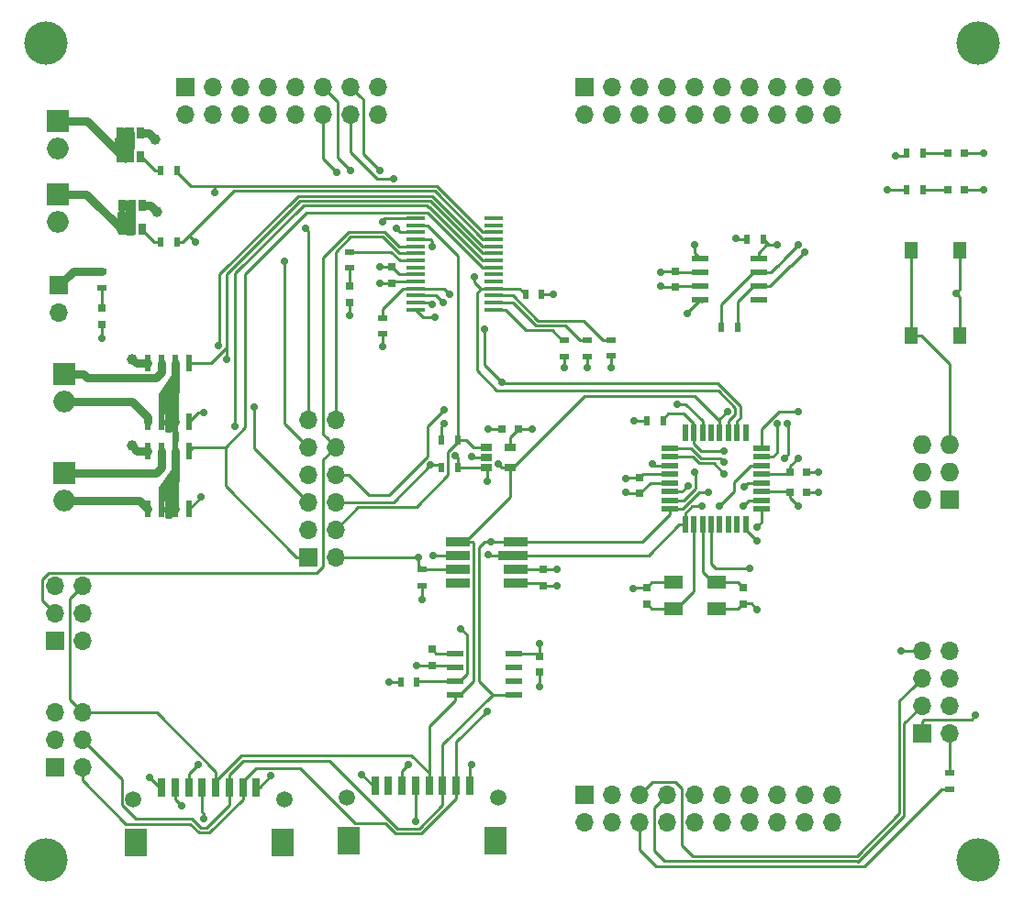
<source format=gtl>
G04 #@! TF.FileFunction,Copper,L1,Top,Signal*
%FSLAX46Y46*%
G04 Gerber Fmt 4.6, Leading zero omitted, Abs format (unit mm)*
G04 Created by KiCad (PCBNEW 4.0.6) date Monday, August 21, 2017 'PMt' 07:03:13 PM*
%MOMM*%
%LPD*%
G01*
G04 APERTURE LIST*
%ADD10C,0.100000*%
%ADD11R,1.700000X1.700000*%
%ADD12O,1.700000X1.700000*%
%ADD13C,1.500000*%
%ADD14R,2.000000X2.600000*%
%ADD15R,0.700000X1.800000*%
%ADD16R,0.500000X0.900000*%
%ADD17R,1.600000X0.550000*%
%ADD18R,0.550000X1.600000*%
%ADD19R,1.727200X1.727200*%
%ADD20O,1.727200X1.727200*%
%ADD21R,1.300000X1.550000*%
%ADD22R,0.800000X0.750000*%
%ADD23R,0.750000X0.800000*%
%ADD24R,0.797560X0.797560*%
%ADD25R,1.550000X0.600000*%
%ADD26R,1.800000X1.200000*%
%ADD27O,1.998980X1.998980*%
%ADD28R,1.998980X1.998980*%
%ADD29R,0.900000X0.500000*%
%ADD30R,0.600000X1.550000*%
%ADD31R,1.750000X0.450000*%
%ADD32R,1.060000X0.650000*%
%ADD33R,2.250000X0.900000*%
%ADD34R,2.800000X0.900000*%
%ADD35R,0.650000X1.060000*%
%ADD36C,4.000000*%
%ADD37C,0.700000*%
%ADD38C,1.000000*%
%ADD39C,0.250000*%
%ADD40C,0.750000*%
%ADD41C,1.000000*%
%ADD42C,0.254000*%
G04 APERTURE END LIST*
D10*
D11*
X106807000Y-121158000D03*
D12*
X109347000Y-121158000D03*
X106807000Y-118618000D03*
X109347000Y-118618000D03*
X106807000Y-116078000D03*
X109347000Y-116078000D03*
D13*
X133741000Y-123952000D03*
X147691000Y-123952000D03*
D14*
X147491000Y-127952000D03*
X133941000Y-127952000D03*
D15*
X145091000Y-122852000D03*
X143841000Y-122852000D03*
X142591000Y-122852000D03*
X141341000Y-122852000D03*
X140091000Y-122852000D03*
X138841000Y-122852000D03*
X137591000Y-122852000D03*
X136341000Y-122852000D03*
D16*
X151741000Y-77470000D03*
X150241000Y-77470000D03*
D17*
X163517000Y-91682000D03*
X163517000Y-92482000D03*
X163517000Y-93282000D03*
X163517000Y-94082000D03*
X163517000Y-94882000D03*
X163517000Y-95682000D03*
X163517000Y-96482000D03*
X163517000Y-97282000D03*
D18*
X164967000Y-98732000D03*
X165767000Y-98732000D03*
X166567000Y-98732000D03*
X167367000Y-98732000D03*
X168167000Y-98732000D03*
X168967000Y-98732000D03*
X169767000Y-98732000D03*
X170567000Y-98732000D03*
D17*
X172017000Y-97282000D03*
X172017000Y-96482000D03*
X172017000Y-95682000D03*
X172017000Y-94882000D03*
X172017000Y-94082000D03*
X172017000Y-93282000D03*
X172017000Y-92482000D03*
X172017000Y-91682000D03*
D18*
X170567000Y-90232000D03*
X169767000Y-90232000D03*
X168967000Y-90232000D03*
X168167000Y-90232000D03*
X167367000Y-90232000D03*
X166567000Y-90232000D03*
X165767000Y-90232000D03*
X164967000Y-90232000D03*
D16*
X169787000Y-80518000D03*
X168287000Y-80518000D03*
D11*
X155702000Y-123698000D03*
D12*
X155702000Y-126238000D03*
X158242000Y-123698000D03*
X158242000Y-126238000D03*
X160782000Y-123698000D03*
X160782000Y-126238000D03*
X163322000Y-123698000D03*
X163322000Y-126238000D03*
X165862000Y-123698000D03*
X165862000Y-126238000D03*
X168402000Y-123698000D03*
X168402000Y-126238000D03*
X170942000Y-123698000D03*
X170942000Y-126238000D03*
X173482000Y-123698000D03*
X173482000Y-126238000D03*
X176022000Y-123698000D03*
X176022000Y-126238000D03*
X178562000Y-123698000D03*
X178562000Y-126238000D03*
D11*
X155702000Y-58293000D03*
D12*
X155702000Y-60833000D03*
X158242000Y-58293000D03*
X158242000Y-60833000D03*
X160782000Y-58293000D03*
X160782000Y-60833000D03*
X163322000Y-58293000D03*
X163322000Y-60833000D03*
X165862000Y-58293000D03*
X165862000Y-60833000D03*
X168402000Y-58293000D03*
X168402000Y-60833000D03*
X170942000Y-58293000D03*
X170942000Y-60833000D03*
X173482000Y-58293000D03*
X173482000Y-60833000D03*
X176022000Y-58293000D03*
X176022000Y-60833000D03*
X178562000Y-58293000D03*
X178562000Y-60833000D03*
D19*
X189357000Y-96393000D03*
D20*
X186817000Y-96393000D03*
X189357000Y-93853000D03*
X186817000Y-93853000D03*
X189357000Y-91313000D03*
X186817000Y-91313000D03*
D21*
X185837000Y-81318000D03*
X185837000Y-73368000D03*
X190337000Y-81318000D03*
X190337000Y-73368000D03*
D22*
X176137000Y-95758000D03*
X174637000Y-95758000D03*
D23*
X160782000Y-95873000D03*
X160782000Y-94373000D03*
D22*
X176137000Y-93853000D03*
X174637000Y-93853000D03*
D23*
X161417000Y-104545000D03*
X161417000Y-106045000D03*
X170307000Y-106045000D03*
X170307000Y-104545000D03*
X164084000Y-76823000D03*
X164084000Y-75323000D03*
D24*
X189242700Y-67818000D03*
X190741300Y-67818000D03*
D11*
X118872000Y-58293000D03*
D12*
X118872000Y-60833000D03*
X121412000Y-58293000D03*
X121412000Y-60833000D03*
X123952000Y-58293000D03*
X123952000Y-60833000D03*
X126492000Y-58293000D03*
X126492000Y-60833000D03*
X129032000Y-58293000D03*
X129032000Y-60833000D03*
X131572000Y-58293000D03*
X131572000Y-60833000D03*
X134112000Y-58293000D03*
X134112000Y-60833000D03*
X136652000Y-58293000D03*
X136652000Y-60833000D03*
D16*
X161429000Y-89154000D03*
X162929000Y-89154000D03*
X185432000Y-67818000D03*
X186932000Y-67818000D03*
X185432000Y-64389000D03*
X186932000Y-64389000D03*
X170700000Y-72390000D03*
X172200000Y-72390000D03*
D25*
X166337000Y-74168000D03*
X166337000Y-75438000D03*
X166337000Y-76708000D03*
X166337000Y-77978000D03*
X171737000Y-77978000D03*
X171737000Y-76708000D03*
X171737000Y-75438000D03*
X171737000Y-74168000D03*
D26*
X163862000Y-106483000D03*
X167862000Y-106483000D03*
X167862000Y-104083000D03*
X163862000Y-104083000D03*
D23*
X137922000Y-76454000D03*
X137922000Y-74954000D03*
X151892000Y-104382000D03*
X151892000Y-102882000D03*
D22*
X149594000Y-89916000D03*
X148094000Y-89916000D03*
D23*
X151511000Y-110883000D03*
X151511000Y-112383000D03*
X141605000Y-110260000D03*
X141605000Y-111760000D03*
D24*
X189242700Y-64389000D03*
X190741300Y-64389000D03*
X133985000Y-76708000D03*
X133985000Y-78206600D03*
D11*
X186817000Y-117983000D03*
D12*
X189357000Y-117983000D03*
X186817000Y-115443000D03*
X189357000Y-115443000D03*
X186817000Y-112903000D03*
X189357000Y-112903000D03*
X186817000Y-110363000D03*
X189357000Y-110363000D03*
D27*
X107061000Y-70739000D03*
D28*
X107061000Y-68199000D03*
D27*
X107061000Y-64008000D03*
D28*
X107061000Y-61468000D03*
D11*
X130175000Y-101727000D03*
D12*
X132715000Y-101727000D03*
X130175000Y-99187000D03*
X132715000Y-99187000D03*
X130175000Y-96647000D03*
X132715000Y-96647000D03*
X130175000Y-94107000D03*
X132715000Y-94107000D03*
X130175000Y-91567000D03*
X132715000Y-91567000D03*
X130175000Y-89027000D03*
X132715000Y-89027000D03*
D27*
X107696000Y-96520000D03*
D28*
X107696000Y-93980000D03*
D27*
X107696000Y-87376000D03*
D28*
X107696000Y-84836000D03*
D11*
X106807000Y-109474000D03*
D12*
X109347000Y-109474000D03*
X106807000Y-106934000D03*
X109347000Y-106934000D03*
X106807000Y-104394000D03*
X109347000Y-104394000D03*
D29*
X189357000Y-123166000D03*
X189357000Y-121666000D03*
D16*
X116598000Y-72644000D03*
X118098000Y-72644000D03*
X116598000Y-66040000D03*
X118098000Y-66040000D03*
D29*
X137033000Y-81129000D03*
X137033000Y-79629000D03*
X153797000Y-83185000D03*
X153797000Y-81685000D03*
X158115000Y-83173000D03*
X158115000Y-81673000D03*
X155956000Y-81685000D03*
X155956000Y-83185000D03*
X133985000Y-73545000D03*
X133985000Y-75045000D03*
X140716000Y-102882000D03*
X140716000Y-104382000D03*
D16*
X144006000Y-90932000D03*
X142506000Y-90932000D03*
X144006000Y-93472000D03*
X142506000Y-93472000D03*
X138708000Y-113284000D03*
X140208000Y-113284000D03*
D30*
X115379500Y-97315000D03*
X116649500Y-97315000D03*
X117919500Y-97315000D03*
X119189500Y-97315000D03*
X119189500Y-91915000D03*
X117919500Y-91915000D03*
X116649500Y-91915000D03*
X115379500Y-91915000D03*
X115379500Y-89250500D03*
X116649500Y-89250500D03*
X117919500Y-89250500D03*
X119189500Y-89250500D03*
X119189500Y-83850500D03*
X117919500Y-83850500D03*
X116649500Y-83850500D03*
X115379500Y-83850500D03*
D31*
X140078908Y-70440448D03*
X140078908Y-71090448D03*
X140078908Y-71740448D03*
X140078908Y-72390448D03*
X140078908Y-73040448D03*
X140078908Y-73690448D03*
X140078908Y-74340448D03*
X140078908Y-74990448D03*
X140078908Y-75640448D03*
X140078908Y-76290448D03*
X140078908Y-76940448D03*
X140078908Y-77590448D03*
X140078908Y-78240448D03*
X140078908Y-78890448D03*
X147278908Y-78890448D03*
X147278908Y-78240448D03*
X147278908Y-77590448D03*
X147278908Y-76940448D03*
X147278908Y-76290448D03*
X147278908Y-75640448D03*
X147278908Y-74990448D03*
X147278908Y-74340448D03*
X147278908Y-73690448D03*
X147278908Y-73040448D03*
X147278908Y-72390448D03*
X147278908Y-71740448D03*
X147278908Y-71090448D03*
X147278908Y-70440448D03*
D32*
X146644000Y-91572000D03*
X146644000Y-92522000D03*
X146644000Y-93472000D03*
X148844000Y-93472000D03*
X148844000Y-91572000D03*
D33*
X144002000Y-100340000D03*
X144002000Y-101590000D03*
X144002000Y-102890000D03*
X144002000Y-104140000D03*
X149352000Y-104140000D03*
X149352000Y-102890000D03*
D34*
X149077000Y-101590000D03*
D33*
X149352000Y-100340000D03*
D25*
X143731000Y-110617000D03*
X143731000Y-111887000D03*
X143731000Y-113157000D03*
X143731000Y-114427000D03*
X149131000Y-114427000D03*
X149131000Y-113157000D03*
X149131000Y-111887000D03*
X149131000Y-110617000D03*
D13*
X114056000Y-124079000D03*
X128006000Y-124079000D03*
D14*
X127806000Y-128079000D03*
X114256000Y-128079000D03*
D15*
X125406000Y-122979000D03*
X124156000Y-122979000D03*
X122906000Y-122979000D03*
X121656000Y-122979000D03*
X120406000Y-122979000D03*
X119156000Y-122979000D03*
X117906000Y-122979000D03*
X116656000Y-122979000D03*
D11*
X107188000Y-76644500D03*
D12*
X107188000Y-79184500D03*
D35*
X112969000Y-71458000D03*
X113919000Y-71458000D03*
X114869000Y-71458000D03*
X114869000Y-69258000D03*
X112969000Y-69258000D03*
X113919000Y-69258000D03*
X112842000Y-64727000D03*
X113792000Y-64727000D03*
X114742000Y-64727000D03*
X114742000Y-62527000D03*
X112842000Y-62527000D03*
X113792000Y-62527000D03*
D24*
X111125000Y-78740000D03*
X111125000Y-80238600D03*
D29*
X111125000Y-75335000D03*
X111125000Y-76835000D03*
D36*
X192000000Y-54300000D03*
X192000000Y-129700000D03*
X106000000Y-129700000D03*
X106000000Y-54300000D03*
D37*
X111125000Y-81534000D03*
X140208000Y-111760000D03*
X151511000Y-113665000D03*
D38*
X113919000Y-91440000D03*
X113919000Y-83439000D03*
X116205000Y-69850000D03*
X116078000Y-63119000D03*
D37*
X153174000Y-102882000D03*
X115570000Y-122047000D03*
X135128000Y-121793000D03*
X158115000Y-84201000D03*
X155956000Y-84201000D03*
X153797000Y-84201000D03*
X145288000Y-92456000D03*
X146812000Y-89916000D03*
X141732000Y-101600000D03*
X133985000Y-79375000D03*
X136779000Y-76454000D03*
X192532000Y-64389000D03*
X170387001Y-95222463D03*
X159512000Y-95758000D03*
X177292000Y-95758000D03*
X177292000Y-93853000D03*
X192532000Y-67818000D03*
X189992000Y-77343000D03*
X160147000Y-104648000D03*
X171577000Y-106553000D03*
X169672000Y-72263000D03*
X162687000Y-75438000D03*
X151511000Y-109728000D03*
X153162000Y-104394000D03*
X126746000Y-121920000D03*
X137033000Y-82296000D03*
X160274000Y-89154000D03*
X152781000Y-77470000D03*
X150876000Y-89916000D03*
X142748000Y-89408000D03*
X140716000Y-105664000D03*
X137668000Y-113284000D03*
X145288000Y-120904000D03*
X136779000Y-74930000D03*
X162687000Y-76708000D03*
X159512000Y-94488000D03*
X175387000Y-97028000D03*
X175387000Y-92583000D03*
X183642000Y-67818000D03*
X174117000Y-92583000D03*
X171577000Y-100203000D03*
X174382003Y-89408000D03*
X168148000Y-97028000D03*
X170307000Y-97028000D03*
X168529000Y-91948000D03*
X191770000Y-116332000D03*
X168529000Y-92964000D03*
X168550198Y-94020400D03*
X184912000Y-110363000D03*
X170942000Y-102743000D03*
X165186999Y-79248000D03*
X165227000Y-95123000D03*
X146685000Y-94742000D03*
X147066000Y-100340000D03*
X141889702Y-79598298D03*
X143764000Y-92329000D03*
X167132000Y-95758000D03*
X165862000Y-72898000D03*
X165862000Y-93853000D03*
X146685000Y-115951000D03*
X141605000Y-78359000D03*
X146812000Y-101473000D03*
X166497000Y-97028000D03*
X142621000Y-78232000D03*
X147720923Y-93088883D03*
X168910000Y-88265000D03*
X176023397Y-73534397D03*
X175387000Y-72898000D03*
X171577000Y-98933000D03*
X173482000Y-72898000D03*
X173482000Y-89408000D03*
X120523000Y-125897000D03*
X140081000Y-126111000D03*
X136779000Y-66033030D03*
X164211000Y-87630000D03*
X132842000Y-66167000D03*
X148082000Y-85598000D03*
X139446000Y-120904000D03*
X120015000Y-120904000D03*
X146431000Y-80645000D03*
X143256000Y-77470000D03*
X118491000Y-124714000D03*
X138049000Y-66802000D03*
X161925000Y-93091000D03*
D38*
X117856000Y-94742000D03*
X117856000Y-86487000D03*
D37*
X134112000Y-66040000D03*
X145542000Y-75819000D03*
X137033000Y-70739000D03*
X140335000Y-101727000D03*
X120269000Y-96139000D03*
X123444000Y-89662000D03*
X122682000Y-83439000D03*
X125222000Y-87884000D03*
X138303000Y-71374000D03*
X141478000Y-93218000D03*
X120523000Y-88392000D03*
X121920000Y-82169000D03*
X142748000Y-88138000D03*
X144272000Y-108331000D03*
X141605000Y-73025000D03*
X119761000Y-72644000D03*
X128016000Y-74422000D03*
X121539000Y-68072000D03*
X129921000Y-71374000D03*
X184404000Y-64643000D03*
X175387000Y-88265000D03*
D39*
X111125000Y-80238600D02*
X111125000Y-81534000D01*
X141605000Y-111760000D02*
X140208000Y-111760000D01*
X151511000Y-112383000D02*
X151511000Y-113665000D01*
D40*
X115379500Y-91915000D02*
X114394000Y-91915000D01*
X114394000Y-91915000D02*
X113919000Y-91440000D01*
X115379500Y-83850500D02*
X114330500Y-83850500D01*
X114330500Y-83850500D02*
X113919000Y-83439000D01*
X114869000Y-69258000D02*
X115613000Y-69258000D01*
X115613000Y-69258000D02*
X116205000Y-69850000D01*
X114742000Y-62527000D02*
X115486000Y-62527000D01*
X115486000Y-62527000D02*
X116078000Y-63119000D01*
D39*
X116656000Y-122979000D02*
X116502000Y-122979000D01*
X116502000Y-122979000D02*
X115570000Y-122047000D01*
X136341000Y-122852000D02*
X136187000Y-122852000D01*
X136187000Y-122852000D02*
X135128000Y-121793000D01*
X158115000Y-83173000D02*
X158115000Y-84201000D01*
X155956000Y-83185000D02*
X155956000Y-84201000D01*
X153797000Y-83185000D02*
X153797000Y-84201000D01*
X146644000Y-92522000D02*
X145354000Y-92522000D01*
X145354000Y-92522000D02*
X145288000Y-92456000D01*
X148094000Y-89916000D02*
X146812000Y-89916000D01*
X151892000Y-102882000D02*
X153174000Y-102882000D01*
X149352000Y-102890000D02*
X151884000Y-102890000D01*
X151884000Y-102890000D02*
X151892000Y-102882000D01*
X144002000Y-101590000D02*
X141742000Y-101590000D01*
X141742000Y-101590000D02*
X141732000Y-101600000D01*
X133985000Y-78206600D02*
X133985000Y-79375000D01*
X137922000Y-76454000D02*
X136779000Y-76454000D01*
X140078908Y-76290448D02*
X138085552Y-76290448D01*
X138085552Y-76290448D02*
X137922000Y-76454000D01*
X141605000Y-111760000D02*
X143604000Y-111760000D01*
X143604000Y-111760000D02*
X143731000Y-111887000D01*
X191390080Y-64389000D02*
X192532000Y-64389000D01*
X190741300Y-64389000D02*
X191390080Y-64389000D01*
X172017000Y-94888000D02*
X170721464Y-94888000D01*
X170721464Y-94888000D02*
X170387001Y-95222463D01*
X160782000Y-95873000D02*
X159627000Y-95873000D01*
X159627000Y-95873000D02*
X159512000Y-95758000D01*
X161742000Y-94888000D02*
X160782000Y-95848000D01*
X160782000Y-95848000D02*
X160782000Y-95873000D01*
X176137000Y-95758000D02*
X177292000Y-95758000D01*
X176137000Y-93853000D02*
X177292000Y-93853000D01*
X190741300Y-67818000D02*
X192532000Y-67818000D01*
X190337000Y-81318000D02*
X190337000Y-77688000D01*
X190337000Y-77688000D02*
X189992000Y-77343000D01*
X190337000Y-73368000D02*
X190337000Y-76998000D01*
X190337000Y-76998000D02*
X189992000Y-77343000D01*
X161417000Y-104533000D02*
X160262000Y-104533000D01*
X160262000Y-104533000D02*
X160147000Y-104648000D01*
X163862000Y-104083000D02*
X161867000Y-104083000D01*
X161867000Y-104083000D02*
X161417000Y-104533000D01*
X167862000Y-106483000D02*
X169857000Y-106483000D01*
X163517000Y-94888000D02*
X161742000Y-94888000D01*
X170307000Y-106033000D02*
X171057000Y-106033000D01*
X171057000Y-106033000D02*
X171577000Y-106553000D01*
X169857000Y-106483000D02*
X170307000Y-106033000D01*
X170700000Y-72390000D02*
X169799000Y-72390000D01*
X169799000Y-72390000D02*
X169672000Y-72263000D01*
X163957000Y-75323000D02*
X162802000Y-75323000D01*
X162802000Y-75323000D02*
X162687000Y-75438000D01*
X166337000Y-75438000D02*
X164072000Y-75438000D01*
X164072000Y-75438000D02*
X163957000Y-75323000D01*
X151511000Y-110883000D02*
X151511000Y-109728000D01*
X149131000Y-110617000D02*
X151245000Y-110617000D01*
X151245000Y-110617000D02*
X151511000Y-110883000D01*
X151892000Y-104382000D02*
X153150000Y-104382000D01*
X153150000Y-104382000D02*
X153162000Y-104394000D01*
X149352000Y-104140000D02*
X151650000Y-104140000D01*
X151650000Y-104140000D02*
X151892000Y-104382000D01*
X125406000Y-122979000D02*
X125687000Y-122979000D01*
X125687000Y-122979000D02*
X126746000Y-121920000D01*
X125406000Y-122979000D02*
X125406000Y-122411000D01*
X137033000Y-81129000D02*
X137033000Y-82296000D01*
X161429000Y-89154000D02*
X160274000Y-89154000D01*
X151741000Y-77470000D02*
X152781000Y-77470000D01*
X149594000Y-89916000D02*
X150876000Y-89916000D01*
X142506000Y-90932000D02*
X142506000Y-89650000D01*
X142506000Y-89650000D02*
X142748000Y-89408000D01*
X148844000Y-91572000D02*
X148844000Y-90666000D01*
X148844000Y-90666000D02*
X149594000Y-89916000D01*
X140716000Y-104382000D02*
X140716000Y-105664000D01*
X138708000Y-113284000D02*
X137668000Y-113284000D01*
X145091000Y-122852000D02*
X145091000Y-121101000D01*
X145091000Y-121101000D02*
X145288000Y-120904000D01*
X137922000Y-74954000D02*
X136803000Y-74954000D01*
X136803000Y-74954000D02*
X136779000Y-74930000D01*
X137922000Y-74954000D02*
X138608448Y-75640448D01*
X138608448Y-75640448D02*
X140078908Y-75640448D01*
X163957000Y-76823000D02*
X162802000Y-76823000D01*
X162802000Y-76823000D02*
X162687000Y-76708000D01*
X166337000Y-76708000D02*
X164072000Y-76708000D01*
X164072000Y-76708000D02*
X163957000Y-76823000D01*
X160782000Y-94373000D02*
X159627000Y-94373000D01*
X159627000Y-94373000D02*
X159512000Y-94488000D01*
X163517000Y-94088000D02*
X161067000Y-94088000D01*
X161067000Y-94088000D02*
X160782000Y-94373000D01*
X174637000Y-95758000D02*
X174637000Y-96278000D01*
X174637000Y-96278000D02*
X175387000Y-97028000D01*
X174637000Y-93853000D02*
X174637000Y-93333000D01*
X174637000Y-93333000D02*
X175387000Y-92583000D01*
X172017000Y-95688000D02*
X174567000Y-95688000D01*
X174567000Y-95688000D02*
X174637000Y-95758000D01*
X172017000Y-94088000D02*
X174402000Y-94088000D01*
X174402000Y-94088000D02*
X174637000Y-93853000D01*
X185432000Y-67818000D02*
X183642000Y-67818000D01*
X151650000Y-77524000D02*
X151650000Y-77724000D01*
X169857000Y-104083000D02*
X170307000Y-104533000D01*
X167862000Y-104083000D02*
X169857000Y-104083000D01*
X166567000Y-98738000D02*
X166567000Y-103088000D01*
X166567000Y-103088000D02*
X167562000Y-104083000D01*
X167562000Y-104083000D02*
X167862000Y-104083000D01*
X186932000Y-67818000D02*
X189242700Y-67818000D01*
X170567000Y-98738000D02*
X170567000Y-99193000D01*
X170567000Y-99193000D02*
X171577000Y-100203000D01*
X174117000Y-92583000D02*
X174466999Y-92233001D01*
X174466999Y-92233001D02*
X174466999Y-89492996D01*
X174466999Y-89492996D02*
X174382003Y-89408000D01*
X168497999Y-96678001D02*
X168148000Y-97028000D01*
X169487009Y-95688991D02*
X168497999Y-96678001D01*
X169487009Y-94801401D02*
X169487009Y-95688991D01*
X169712001Y-94542999D02*
X169712001Y-94576409D01*
X169712001Y-94576409D02*
X169487009Y-94801401D01*
X170967000Y-93288000D02*
X169712001Y-94542999D01*
X170967000Y-93288000D02*
X170891999Y-93363001D01*
X172017000Y-93288000D02*
X170967000Y-93288000D01*
X162306000Y-130302000D02*
X181521000Y-130302000D01*
X181521000Y-130302000D02*
X188657000Y-123166000D01*
X188657000Y-123166000D02*
X189357000Y-123166000D01*
X160782000Y-128778000D02*
X162306000Y-130302000D01*
X160782000Y-126238000D02*
X160782000Y-128778000D01*
X170847000Y-96488000D02*
X170307000Y-97028000D01*
X172017000Y-96488000D02*
X170847000Y-96488000D01*
X165767000Y-90232000D02*
X165767000Y-89371998D01*
X165767000Y-89371998D02*
X164849002Y-88454000D01*
X162929000Y-88954000D02*
X162929000Y-89154000D01*
X164849002Y-88454000D02*
X163429000Y-88454000D01*
X163429000Y-88454000D02*
X162929000Y-88954000D01*
X165767000Y-90238000D02*
X165767000Y-91288000D01*
X165767000Y-91288000D02*
X166427000Y-91948000D01*
X166427000Y-91948000D02*
X168529000Y-91948000D01*
X186987000Y-116713000D02*
X191389000Y-116713000D01*
X186817000Y-117983000D02*
X186817000Y-116883000D01*
X186817000Y-116883000D02*
X186987000Y-116713000D01*
X191389000Y-116713000D02*
X191770000Y-116332000D01*
X185837000Y-81318000D02*
X185837000Y-73368000D01*
X189357000Y-91313000D02*
X189357000Y-83938000D01*
X189357000Y-83938000D02*
X186737000Y-81318000D01*
X186737000Y-81318000D02*
X185837000Y-81318000D01*
X185166000Y-125603000D02*
X185166000Y-117094000D01*
X185166000Y-117094000D02*
X186817000Y-115443000D01*
X180917010Y-129851990D02*
X185166000Y-125603000D01*
X180905990Y-129851990D02*
X180917010Y-129851990D01*
X163068000Y-129794000D02*
X180848000Y-129794000D01*
X180848000Y-129794000D02*
X180905990Y-129851990D01*
X162146999Y-128872999D02*
X163068000Y-129794000D01*
X163322000Y-123698000D02*
X162146999Y-124873001D01*
X162146999Y-124873001D02*
X162146999Y-128872999D01*
X168188001Y-92623001D02*
X168529000Y-92964000D01*
X166465591Y-92623001D02*
X168188001Y-92623001D01*
X163517000Y-91688000D02*
X165530590Y-91688000D01*
X165530590Y-91688000D02*
X166465591Y-92623001D01*
X160782000Y-123698000D02*
X161957001Y-122522999D01*
X164686999Y-123133999D02*
X164686999Y-128364999D01*
X161957001Y-122522999D02*
X164075999Y-122522999D01*
X164686999Y-128364999D02*
X165665990Y-129343990D01*
X164075999Y-122522999D02*
X164686999Y-123133999D01*
X184715990Y-125416600D02*
X184715990Y-115004010D01*
X184715990Y-115004010D02*
X185967001Y-113752999D01*
X185967001Y-113752999D02*
X186817000Y-112903000D01*
X165665990Y-129343990D02*
X180788600Y-129343990D01*
X180788600Y-129343990D02*
X184715990Y-125416600D01*
X166279191Y-93073011D02*
X167602809Y-93073011D01*
X167602809Y-93073011D02*
X168550198Y-94020400D01*
X165694180Y-92488000D02*
X166279191Y-93073011D01*
X163517000Y-92488000D02*
X165694180Y-92488000D01*
X167367000Y-98738000D02*
X167367000Y-102343000D01*
X167367000Y-102343000D02*
X167767000Y-102743000D01*
X167767000Y-102743000D02*
X170322000Y-102743000D01*
X170322000Y-102743000D02*
X170942000Y-102743000D01*
X184912000Y-110363000D02*
X186817000Y-110363000D01*
X165186999Y-79248000D02*
X165186999Y-79128001D01*
X165186999Y-79128001D02*
X166337000Y-77978000D01*
X164662000Y-95688000D02*
X165227000Y-95123000D01*
X166497000Y-78138000D02*
X166337000Y-77978000D01*
X163517000Y-95688000D02*
X164662000Y-95688000D01*
X109347000Y-118618000D02*
X112980999Y-122251999D01*
X112980999Y-122251999D02*
X112980999Y-124595001D01*
X112980999Y-124595001D02*
X114282999Y-125897001D01*
X122906000Y-124617000D02*
X122906000Y-124129000D01*
X114282999Y-125897001D02*
X119420001Y-125897001D01*
X119420001Y-125897001D02*
X120269000Y-126746000D01*
X120269000Y-126746000D02*
X120777000Y-126746000D01*
X120777000Y-126746000D02*
X122906000Y-124617000D01*
X122906000Y-124129000D02*
X122906000Y-122979000D01*
X124212000Y-120523000D02*
X132176998Y-120523000D01*
X132176998Y-120523000D02*
X138439999Y-126786001D01*
X138439999Y-126786001D02*
X140405001Y-126786001D01*
X140405001Y-126786001D02*
X142591000Y-124600002D01*
X142591000Y-124600002D02*
X142591000Y-124002000D01*
X142591000Y-124002000D02*
X142591000Y-122852000D01*
X122906000Y-122979000D02*
X122906000Y-121829000D01*
X122906000Y-121829000D02*
X124212000Y-120523000D01*
X122906000Y-123529000D02*
X122906000Y-122979000D01*
X146685000Y-94742000D02*
X146685000Y-93513000D01*
X146685000Y-93513000D02*
X146644000Y-93472000D01*
X147066000Y-100340000D02*
X146421000Y-100340000D01*
X149352000Y-100340000D02*
X147066000Y-100340000D01*
X142591000Y-122852000D02*
X142591000Y-119029000D01*
X142591000Y-119029000D02*
X147193000Y-114427000D01*
X141889702Y-79598298D02*
X140786758Y-79598298D01*
X140786758Y-79598298D02*
X140078908Y-78890448D01*
X144006000Y-93472000D02*
X144006000Y-92571000D01*
X144006000Y-92571000D02*
X143764000Y-92329000D01*
X145923000Y-113157000D02*
X147193000Y-114427000D01*
X147193000Y-114427000D02*
X149131000Y-114427000D01*
X145923000Y-100838000D02*
X145923000Y-113157000D01*
X146421000Y-100340000D02*
X145923000Y-100838000D01*
X163517000Y-97282000D02*
X163517000Y-97807000D01*
X163517000Y-97807000D02*
X160984000Y-100340000D01*
X150727000Y-100340000D02*
X149352000Y-100340000D01*
X160984000Y-100340000D02*
X150727000Y-100340000D01*
X148677000Y-100340000D02*
X149352000Y-100340000D01*
X144006000Y-93472000D02*
X146644000Y-93472000D01*
X166260590Y-95758000D02*
X167132000Y-95758000D01*
X164730590Y-97288000D02*
X166260590Y-95758000D01*
X163517000Y-97288000D02*
X164730590Y-97288000D01*
X165862000Y-72898000D02*
X165862000Y-73693000D01*
X165862000Y-73693000D02*
X166337000Y-74168000D01*
X165902001Y-95447001D02*
X165902001Y-93893001D01*
X165902001Y-93893001D02*
X165862000Y-93853000D01*
X164861002Y-96488000D02*
X165902001Y-95447001D01*
X163517000Y-96488000D02*
X164861002Y-96488000D01*
X113351919Y-126365000D02*
X119251590Y-126365000D01*
X120082599Y-127196009D02*
X121088991Y-127196009D01*
X121088991Y-127196009D02*
X124156000Y-124129000D01*
X119251590Y-126365000D02*
X120082599Y-127196009D01*
X124156000Y-124129000D02*
X124156000Y-122979000D01*
X124156000Y-122979000D02*
X124156000Y-122429000D01*
X124156000Y-122429000D02*
X125340001Y-121244999D01*
X125340001Y-121244999D02*
X129442997Y-121244999D01*
X129442997Y-121244999D02*
X134524997Y-126326999D01*
X134524997Y-126326999D02*
X137344587Y-126326999D01*
X137344587Y-126326999D02*
X138253598Y-127236010D01*
X138253598Y-127236010D02*
X140606990Y-127236010D01*
X140606990Y-127236010D02*
X143841000Y-124002000D01*
X143841000Y-124002000D02*
X143841000Y-122852000D01*
X109347000Y-121158000D02*
X109347000Y-122360081D01*
X109347000Y-122360081D02*
X113351919Y-126365000D01*
X143841000Y-122852000D02*
X143841000Y-118795000D01*
X143841000Y-118795000D02*
X146685000Y-115951000D01*
X141605000Y-78359000D02*
X141486448Y-78240448D01*
X141486448Y-78240448D02*
X140078908Y-78240448D01*
X149077000Y-101590000D02*
X146929000Y-101590000D01*
X146929000Y-101590000D02*
X146812000Y-101473000D01*
X164967000Y-98732000D02*
X164442000Y-98732000D01*
X164442000Y-98732000D02*
X161584000Y-101590000D01*
X161584000Y-101590000D02*
X150727000Y-101590000D01*
X150727000Y-101590000D02*
X149077000Y-101590000D01*
X164967000Y-98738000D02*
X164967000Y-97688000D01*
X164967000Y-97688000D02*
X165627000Y-97028000D01*
X165627000Y-97028000D02*
X166497000Y-97028000D01*
X121656000Y-122979000D02*
X121656000Y-122429000D01*
X121656000Y-122429000D02*
X124012010Y-120072990D01*
X141341000Y-121702000D02*
X141341000Y-122852000D01*
X124012010Y-120072990D02*
X139711990Y-120072990D01*
X139711990Y-120072990D02*
X141341000Y-121702000D01*
X121656000Y-122979000D02*
X121656000Y-121545998D01*
X121656000Y-121545998D02*
X116188002Y-116078000D01*
X116188002Y-116078000D02*
X110549081Y-116078000D01*
X110549081Y-116078000D02*
X109347000Y-116078000D01*
X108171999Y-105569001D02*
X108171999Y-114902999D01*
X108171999Y-114902999D02*
X109347000Y-116078000D01*
X109347000Y-104394000D02*
X108171999Y-105569001D01*
X143731000Y-114427000D02*
X143731000Y-114977000D01*
X143731000Y-114977000D02*
X141341000Y-117367000D01*
X141341000Y-117367000D02*
X141341000Y-121702000D01*
X142621000Y-78232000D02*
X141979448Y-77590448D01*
X141979448Y-77590448D02*
X140078908Y-77590448D01*
X148844000Y-93472000D02*
X148104040Y-93472000D01*
X148104040Y-93472000D02*
X147720923Y-93088883D01*
X144002000Y-100340000D02*
X145377000Y-100340000D01*
X145452001Y-113180999D02*
X144206000Y-114427000D01*
X145377000Y-100340000D02*
X145452001Y-100415001D01*
X145452001Y-100415001D02*
X145452001Y-113180999D01*
X144206000Y-114427000D02*
X143731000Y-114427000D01*
X144002000Y-100340000D02*
X144677000Y-100340000D01*
X144677000Y-100340000D02*
X148844000Y-96173000D01*
X148844000Y-96173000D02*
X148844000Y-94047000D01*
X148844000Y-94047000D02*
X148844000Y-93472000D01*
X165853000Y-86868000D02*
X155653000Y-86868000D01*
X155653000Y-86868000D02*
X149049000Y-93472000D01*
X149049000Y-93472000D02*
X148844000Y-93472000D01*
X168167000Y-90232000D02*
X168167000Y-89182000D01*
X168167000Y-89182000D02*
X165853000Y-86868000D01*
X168167000Y-89088001D02*
X168167000Y-89008000D01*
X168167000Y-89008000D02*
X168910000Y-88265000D01*
X168167000Y-90238000D02*
X168167000Y-89088001D01*
X169787000Y-79818000D02*
X169787000Y-80518000D01*
X169787000Y-78183000D02*
X169787000Y-79818000D01*
X174645254Y-74824746D02*
X174733048Y-74824746D01*
X174733048Y-74824746D02*
X176023397Y-73534397D01*
X171737000Y-76708000D02*
X172762000Y-76708000D01*
X172762000Y-76708000D02*
X174645254Y-74824746D01*
X171737000Y-76708000D02*
X172212000Y-76708000D01*
X171737000Y-76708000D02*
X171262000Y-76708000D01*
X171262000Y-76708000D02*
X169787000Y-78183000D01*
X175387000Y-72898000D02*
X174157000Y-74128000D01*
X174157000Y-74128000D02*
X174157000Y-74168000D01*
X168287000Y-79818000D02*
X168287000Y-80518000D01*
X168287000Y-78413000D02*
X168287000Y-79818000D01*
X173482000Y-74803000D02*
X173522000Y-74803000D01*
X173522000Y-74803000D02*
X174157000Y-74168000D01*
X171737000Y-75438000D02*
X172847000Y-75438000D01*
X172847000Y-75438000D02*
X173482000Y-74803000D01*
X171737000Y-75438000D02*
X172212000Y-75438000D01*
X171737000Y-75438000D02*
X171262000Y-75438000D01*
X171262000Y-75438000D02*
X168287000Y-78413000D01*
X172017000Y-97288000D02*
X172017000Y-98493000D01*
X172017000Y-98493000D02*
X171577000Y-98933000D01*
X172708000Y-72898000D02*
X172200000Y-72390000D01*
X172708000Y-72898000D02*
X172457000Y-72898000D01*
X173482000Y-72898000D02*
X172708000Y-72898000D01*
X172457000Y-72898000D02*
X171737000Y-73618000D01*
X173482000Y-92073000D02*
X173482000Y-89408000D01*
X173067000Y-92488000D02*
X173482000Y-92073000D01*
X171737000Y-73618000D02*
X171737000Y-74168000D01*
X172017000Y-92488000D02*
X173067000Y-92488000D01*
X161867000Y-106483000D02*
X161417000Y-106033000D01*
X163862000Y-106483000D02*
X161867000Y-106483000D01*
X165767000Y-98738000D02*
X165767000Y-104878000D01*
X165767000Y-104878000D02*
X164162000Y-106483000D01*
X164162000Y-106483000D02*
X163862000Y-106483000D01*
X143731000Y-110617000D02*
X141962000Y-110617000D01*
X141962000Y-110617000D02*
X141605000Y-110260000D01*
X186932000Y-64389000D02*
X189242700Y-64389000D01*
X133985000Y-75045000D02*
X133985000Y-76708000D01*
X120523000Y-125897000D02*
X120523000Y-125402026D01*
X120523000Y-125402026D02*
X120406000Y-125285026D01*
X120406000Y-125285026D02*
X120406000Y-124256000D01*
X140081000Y-126111000D02*
X140081000Y-124266000D01*
X140081000Y-124266000D02*
X140091000Y-124256000D01*
X136779000Y-66033030D02*
X135287001Y-64541031D01*
X135287001Y-64541031D02*
X135287001Y-59468001D01*
X135287001Y-59468001D02*
X134961999Y-59142999D01*
X134961999Y-59142999D02*
X134112000Y-58293000D01*
X120406000Y-122979000D02*
X120406000Y-124256000D01*
X140091000Y-122852000D02*
X140091000Y-124256000D01*
X166567000Y-90232000D02*
X166567000Y-89182000D01*
X166567000Y-89182000D02*
X165015000Y-87630000D01*
X165015000Y-87630000D02*
X164211000Y-87630000D01*
X132842000Y-66167000D02*
X131572000Y-64897000D01*
X131572000Y-64897000D02*
X131572000Y-60833000D01*
X146431000Y-80645000D02*
X146431000Y-83947000D01*
X146431000Y-83947000D02*
X148082000Y-85598000D01*
X167965412Y-85685000D02*
X148169000Y-85685000D01*
X148169000Y-85685000D02*
X148082000Y-85598000D01*
X167965412Y-85685000D02*
X170053000Y-87772588D01*
X170053000Y-87772588D02*
X170053000Y-88896000D01*
X170053000Y-88896000D02*
X169767000Y-89182000D01*
X169767000Y-89182000D02*
X169767000Y-90232000D01*
X139446000Y-120904000D02*
X138841000Y-121509000D01*
X138841000Y-121509000D02*
X138841000Y-122852000D01*
X120015000Y-120904000D02*
X119156000Y-121763000D01*
X119156000Y-121763000D02*
X119156000Y-122979000D01*
X140078908Y-76940448D02*
X138953908Y-76940448D01*
X138953908Y-76940448D02*
X137033000Y-78861356D01*
X137033000Y-78861356D02*
X137033000Y-79129000D01*
X137033000Y-79129000D02*
X137033000Y-79629000D01*
X140078908Y-76940448D02*
X142726448Y-76940448D01*
X142726448Y-76940448D02*
X143256000Y-77470000D01*
X117906000Y-122979000D02*
X117906000Y-124129000D01*
X117906000Y-124129000D02*
X118491000Y-124714000D01*
X134112000Y-60833000D02*
X134112000Y-64365032D01*
X134112000Y-64365032D02*
X136548968Y-66802000D01*
X136548968Y-66802000D02*
X138049000Y-66802000D01*
X117906000Y-122979000D02*
X117906000Y-123529000D01*
X163517000Y-93282000D02*
X162116000Y-93282000D01*
X162116000Y-93282000D02*
X161925000Y-93091000D01*
D40*
X107188000Y-76644500D02*
X108497500Y-75335000D01*
X108497500Y-75335000D02*
X111125000Y-75335000D01*
X117856000Y-94742000D02*
X117856000Y-97251500D01*
X117856000Y-97251500D02*
X117919500Y-97315000D01*
X117919500Y-91915000D02*
X117919500Y-94678500D01*
X117919500Y-94678500D02*
X117856000Y-94742000D01*
X117856000Y-86487000D02*
X117856000Y-89187000D01*
X117856000Y-89187000D02*
X117919500Y-89250500D01*
X117919500Y-83850500D02*
X117919500Y-86423500D01*
X117919500Y-86423500D02*
X117856000Y-86487000D01*
D39*
X134112000Y-66040000D02*
X132936999Y-64864999D01*
X132936999Y-64864999D02*
X132936999Y-59657999D01*
X132936999Y-59657999D02*
X132421999Y-59142999D01*
X132421999Y-59142999D02*
X131572000Y-58293000D01*
X146153908Y-76940448D02*
X145542000Y-76328540D01*
X145542000Y-76328540D02*
X145542000Y-75819000D01*
X147278908Y-76940448D02*
X149711448Y-76940448D01*
X149711448Y-76940448D02*
X150241000Y-77470000D01*
X168967000Y-90232000D02*
X168967000Y-89182000D01*
X169585001Y-87940999D02*
X168004002Y-86360000D01*
X168967000Y-89182000D02*
X169585001Y-88563999D01*
X169585001Y-88563999D02*
X169585001Y-87940999D01*
X168004002Y-86360000D02*
X147574000Y-86360000D01*
X147574000Y-86360000D02*
X145738009Y-84524009D01*
X145738009Y-77356347D02*
X146153908Y-76940448D01*
X145738009Y-84524009D02*
X145738009Y-77356347D01*
X146153908Y-76940448D02*
X147278908Y-76940448D01*
X189357000Y-121158000D02*
X189357000Y-121678000D01*
X189357000Y-121043000D02*
X189357000Y-117983000D01*
D41*
X112969000Y-71458000D02*
X113200000Y-71458000D01*
D40*
X113200000Y-71458000D02*
X113843999Y-70814001D01*
X113843999Y-70814001D02*
X113843999Y-70348001D01*
X113843999Y-70348001D02*
X113843999Y-69258000D01*
D41*
X112969000Y-71458000D02*
X112969000Y-71436502D01*
D40*
X112969000Y-71436502D02*
X109731498Y-68199000D01*
X109731498Y-68199000D02*
X107061000Y-68199000D01*
X112946000Y-64727000D02*
X113792000Y-63881000D01*
X113792000Y-63881000D02*
X113792000Y-62527000D01*
X112842000Y-64727000D02*
X112946000Y-64727000D01*
X107061000Y-61468000D02*
X109788000Y-61468000D01*
X109788000Y-61468000D02*
X112842000Y-64522000D01*
X112842000Y-64522000D02*
X112842000Y-64727000D01*
D39*
X130175000Y-101727000D02*
X129075000Y-101727000D01*
X129075000Y-101727000D02*
X122538002Y-95190002D01*
X122538002Y-91567000D02*
X122538002Y-95190002D01*
X147278908Y-74990448D02*
X146313910Y-74990448D01*
X146313910Y-74990448D02*
X141213909Y-69890447D01*
X141213909Y-69890447D02*
X130007553Y-69890447D01*
X122538002Y-91567000D02*
X121144974Y-91567000D01*
X130007553Y-69890447D02*
X124333000Y-75565000D01*
X124333000Y-75565000D02*
X124333000Y-89772002D01*
X124333000Y-89772002D02*
X122538002Y-91567000D01*
X121144974Y-91567000D02*
X120650000Y-91567000D01*
X120650000Y-91567000D02*
X119537500Y-91567000D01*
X119537500Y-91567000D02*
X119189500Y-91915000D01*
X132715000Y-101727000D02*
X133917081Y-101727000D01*
X133917081Y-101727000D02*
X140335000Y-101727000D01*
X137033000Y-70612000D02*
X137033000Y-70739000D01*
X137665999Y-70440448D02*
X137204552Y-70440448D01*
X137204552Y-70440448D02*
X137033000Y-70612000D01*
X140716000Y-102882000D02*
X140516000Y-102882000D01*
X140335000Y-101727000D02*
X140335000Y-102501000D01*
X140335000Y-102501000D02*
X140716000Y-102882000D01*
X140078908Y-70440448D02*
X137665999Y-70440448D01*
X144002000Y-102890000D02*
X140724000Y-102890000D01*
X140724000Y-102890000D02*
X140716000Y-102882000D01*
X120269000Y-96139000D02*
X120269000Y-96235500D01*
X120269000Y-96235500D02*
X119189500Y-97315000D01*
X123454410Y-76570590D02*
X123454410Y-89651590D01*
X123454410Y-89651590D02*
X123444000Y-89662000D01*
X119189500Y-97315000D02*
X119189500Y-97790000D01*
X123454410Y-75554590D02*
X123454410Y-76570590D01*
X123454410Y-76570590D02*
X123444000Y-76581000D01*
X141159040Y-69277040D02*
X129731960Y-69277040D01*
X129731960Y-69277040D02*
X123454410Y-75554590D01*
X141400309Y-69440437D02*
X141322437Y-69440437D01*
X141322437Y-69440437D02*
X141159040Y-69277040D01*
X147278908Y-74340448D02*
X146300320Y-74340448D01*
X146300320Y-74340448D02*
X141400309Y-69440437D01*
X132715000Y-99187000D02*
X134804978Y-97097022D01*
X140165980Y-97097022D02*
X143088999Y-94174003D01*
X134804978Y-97097022D02*
X140165980Y-97097022D01*
X143088999Y-94174003D02*
X143088999Y-92049001D01*
X143088999Y-92049001D02*
X144006000Y-91132000D01*
X144006000Y-91132000D02*
X144006000Y-90932000D01*
X140078908Y-71090448D02*
X141203908Y-71090448D01*
X141203908Y-71090448D02*
X144006000Y-73892540D01*
X144006000Y-90932000D02*
X144006000Y-73892540D01*
X145420000Y-91572000D02*
X144780000Y-90932000D01*
X144780000Y-90932000D02*
X144006000Y-90932000D01*
X146644000Y-91572000D02*
X145420000Y-91572000D01*
X122682000Y-82406002D02*
X122682000Y-82296000D01*
X122682000Y-82296000D02*
X122682000Y-75566410D01*
X122682000Y-83439000D02*
X122682000Y-82296000D01*
X130175000Y-96647000D02*
X125222000Y-91694000D01*
X125222000Y-91694000D02*
X125222000Y-87884000D01*
X121000500Y-83850500D02*
X121237502Y-83850500D01*
X121237502Y-83850500D02*
X122682000Y-82406002D01*
X122682000Y-75566410D02*
X129421380Y-68827030D01*
X129421380Y-68827030D02*
X141097000Y-68827030D01*
X121000500Y-83850500D02*
X121031000Y-83820000D01*
X119189500Y-83850500D02*
X121000500Y-83850500D01*
X141331260Y-68827030D02*
X141097000Y-68827030D01*
X146286730Y-73690448D02*
X141423312Y-68827030D01*
X147278908Y-73690448D02*
X146286730Y-73690448D01*
X141423312Y-68827030D02*
X141097000Y-68827030D01*
X132715000Y-96647000D02*
X138049000Y-96647000D01*
X138049000Y-96647000D02*
X141478000Y-93218000D01*
X140078908Y-71740448D02*
X138669448Y-71740448D01*
X138669448Y-71740448D02*
X138303000Y-71374000D01*
X141478000Y-93218000D02*
X142252000Y-93218000D01*
X142252000Y-93218000D02*
X142506000Y-93472000D01*
X140078908Y-71740448D02*
X138698552Y-71740448D01*
X120523000Y-88392000D02*
X120048000Y-88392000D01*
X120048000Y-88392000D02*
X119189500Y-89250500D01*
X121979401Y-75632599D02*
X121979401Y-82109599D01*
X121979401Y-82109599D02*
X121920000Y-82169000D01*
X141351000Y-68377020D02*
X129234980Y-68377020D01*
X129234980Y-68377020D02*
X121979401Y-75632599D01*
X141517660Y-68377020D02*
X141351000Y-68377020D01*
X146273140Y-73040448D02*
X141609712Y-68377020D01*
X147278908Y-73040448D02*
X146273140Y-73040448D01*
X141609712Y-68377020D02*
X141351000Y-68377020D01*
X141224000Y-92472998D02*
X141224000Y-89662000D01*
X141224000Y-89662000D02*
X142748000Y-88138000D01*
X135822081Y-96012000D02*
X137684998Y-96012000D01*
X137684998Y-96012000D02*
X141224000Y-92472998D01*
X132715000Y-94107000D02*
X133917081Y-94107000D01*
X133917081Y-94107000D02*
X135822081Y-96012000D01*
X144272000Y-108331000D02*
X144831001Y-108890001D01*
X144831001Y-108890001D02*
X144831001Y-112531999D01*
X144831001Y-112531999D02*
X144206000Y-113157000D01*
X144206000Y-113157000D02*
X143731000Y-113157000D01*
X141605000Y-73025000D02*
X141605000Y-72530026D01*
X141605000Y-72530026D02*
X141465422Y-72390448D01*
X141465422Y-72390448D02*
X141203908Y-72390448D01*
X141203908Y-72390448D02*
X140078908Y-72390448D01*
X143731000Y-113157000D02*
X140335000Y-113157000D01*
X140335000Y-113157000D02*
X140208000Y-113284000D01*
X123314990Y-67927010D02*
X119253000Y-71989000D01*
X119253000Y-71989000D02*
X118598000Y-72644000D01*
X119761000Y-72644000D02*
X119253000Y-72136000D01*
X119253000Y-72136000D02*
X119253000Y-71989000D01*
X130175000Y-91567000D02*
X128016000Y-89408000D01*
X128016000Y-89408000D02*
X128016000Y-74422000D01*
X147278908Y-72390448D02*
X146304448Y-72390448D01*
X146304448Y-72390448D02*
X141841010Y-67927010D01*
X141841010Y-67927010D02*
X123314990Y-67927010D01*
X118598000Y-72644000D02*
X118098000Y-72644000D01*
X132715000Y-91567000D02*
X131539999Y-92742001D01*
X131539999Y-92742001D02*
X131539999Y-102647003D01*
X131539999Y-102647003D02*
X130968003Y-103218999D01*
X130968003Y-103218999D02*
X106242999Y-103218999D01*
X106242999Y-103218999D02*
X105631999Y-103829999D01*
X105631999Y-103829999D02*
X105631999Y-105758999D01*
X105631999Y-105758999D02*
X105957001Y-106084001D01*
X105957001Y-106084001D02*
X106807000Y-106934000D01*
X137240363Y-71685990D02*
X133922597Y-71685991D01*
X133922597Y-71685991D02*
X131539999Y-74068589D01*
X131539999Y-74068589D02*
X131539999Y-90391999D01*
X131539999Y-90391999D02*
X131865001Y-90717001D01*
X131865001Y-90717001D02*
X132715000Y-91567000D01*
X140078908Y-73040448D02*
X138594821Y-73040448D01*
X138594821Y-73040448D02*
X137240363Y-71685990D01*
X119335001Y-67477001D02*
X121539000Y-67477001D01*
X121539000Y-67477001D02*
X142027411Y-67477001D01*
X121539000Y-68072000D02*
X121539000Y-67577026D01*
X121539000Y-67577026D02*
X121539000Y-67477001D01*
X130175000Y-89027000D02*
X130175000Y-71628000D01*
X130175000Y-71628000D02*
X129921000Y-71374000D01*
X118098000Y-66040000D02*
X118098000Y-66240000D01*
X118098000Y-66240000D02*
X119335001Y-67477001D01*
X142027411Y-67477001D02*
X146290858Y-71740448D01*
X146290858Y-71740448D02*
X147278908Y-71740448D01*
X137053963Y-72136000D02*
X134108998Y-72136000D01*
X134108998Y-72136000D02*
X132715000Y-73529998D01*
X132715000Y-73529998D02*
X132715000Y-87824919D01*
X132715000Y-87824919D02*
X132715000Y-89027000D01*
X138608411Y-73690448D02*
X137053963Y-72136000D01*
X140078908Y-73690448D02*
X138608411Y-73690448D01*
D40*
X107696000Y-96520000D02*
X114584500Y-96520000D01*
X114584500Y-96520000D02*
X115379500Y-97315000D01*
X107696000Y-93980000D02*
X116109500Y-93980000D01*
X116109500Y-93980000D02*
X116649500Y-93440000D01*
X116649500Y-93440000D02*
X116649500Y-91915000D01*
X107696000Y-87376000D02*
X113980000Y-87376000D01*
X113980000Y-87376000D02*
X115379500Y-88775500D01*
X115379500Y-88775500D02*
X115379500Y-89250500D01*
X107696000Y-84836000D02*
X109445490Y-84836000D01*
X116139501Y-85200501D02*
X116649500Y-84690502D01*
X109445490Y-84836000D02*
X109809991Y-85200501D01*
X109809991Y-85200501D02*
X116139501Y-85200501D01*
X116649500Y-84690502D02*
X116649500Y-83850500D01*
D39*
X116598000Y-72644000D02*
X115991500Y-72644000D01*
X115991500Y-72644000D02*
X114869000Y-71521500D01*
X116598000Y-66040000D02*
X116078000Y-66040000D01*
X116078000Y-66040000D02*
X114808000Y-64770000D01*
X184404000Y-64643000D02*
X185178000Y-64643000D01*
X185178000Y-64643000D02*
X185432000Y-64389000D01*
X172017000Y-91682000D02*
X172017000Y-89873998D01*
X172017000Y-89873998D02*
X173625998Y-88265000D01*
X173625998Y-88265000D02*
X175387000Y-88265000D01*
X147278908Y-78890448D02*
X148403908Y-78890448D01*
X148403908Y-78890448D02*
X150296480Y-80783020D01*
X150296480Y-80783020D02*
X152695020Y-80783020D01*
X152695020Y-80783020D02*
X153597000Y-81685000D01*
X153597000Y-81685000D02*
X153797000Y-81685000D01*
X153997000Y-81685000D02*
X153797000Y-81685000D01*
X155625000Y-79883000D02*
X157415000Y-81673000D01*
X157415000Y-81673000D02*
X158115000Y-81673000D01*
X151368998Y-79883000D02*
X155625000Y-79883000D01*
X147278908Y-77590448D02*
X149076446Y-77590448D01*
X149076446Y-77590448D02*
X151368998Y-79883000D01*
X151182598Y-80333010D02*
X153904010Y-80333010D01*
X153904010Y-80333010D02*
X155256000Y-81685000D01*
X155256000Y-81685000D02*
X155956000Y-81685000D01*
X147278908Y-78240448D02*
X149090036Y-78240448D01*
X149090036Y-78240448D02*
X151182598Y-80333010D01*
X140078908Y-74340448D02*
X138622001Y-74340448D01*
X138622001Y-74340448D02*
X137826553Y-73545000D01*
X137826553Y-73545000D02*
X134685000Y-73545000D01*
X134685000Y-73545000D02*
X133985000Y-73545000D01*
X111125000Y-76835000D02*
X111125000Y-78740000D01*
D42*
G36*
X113467000Y-69099250D02*
X113498750Y-69131000D01*
X113792000Y-69131000D01*
X113792000Y-69111000D01*
X114046000Y-69111000D01*
X114046000Y-71882000D01*
X113421000Y-71882000D01*
X113421000Y-71616750D01*
X113389250Y-71585000D01*
X113096000Y-71585000D01*
X113096000Y-71605000D01*
X112842000Y-71605000D01*
X112842000Y-71585000D01*
X112822000Y-71585000D01*
X112822000Y-71331000D01*
X112842000Y-71331000D01*
X112842000Y-70832750D01*
X113096000Y-70832750D01*
X113096000Y-71331000D01*
X113389250Y-71331000D01*
X113421000Y-71299250D01*
X113421000Y-70902738D01*
X113401665Y-70856060D01*
X113365940Y-70820335D01*
X113319262Y-70801000D01*
X113127750Y-70801000D01*
X113096000Y-70832750D01*
X112842000Y-70832750D01*
X112810250Y-70801000D01*
X112649000Y-70801000D01*
X112649000Y-69915000D01*
X112810250Y-69915000D01*
X112842000Y-69883250D01*
X112842000Y-69385000D01*
X113096000Y-69385000D01*
X113096000Y-69883250D01*
X113127750Y-69915000D01*
X113319262Y-69915000D01*
X113365940Y-69895665D01*
X113401665Y-69859940D01*
X113421000Y-69813262D01*
X113421000Y-69416750D01*
X113467000Y-69416750D01*
X113467000Y-69813262D01*
X113486335Y-69859940D01*
X113522060Y-69895665D01*
X113568738Y-69915000D01*
X113760250Y-69915000D01*
X113792000Y-69883250D01*
X113792000Y-69385000D01*
X113498750Y-69385000D01*
X113467000Y-69416750D01*
X113421000Y-69416750D01*
X113389250Y-69385000D01*
X113096000Y-69385000D01*
X112842000Y-69385000D01*
X112822000Y-69385000D01*
X112822000Y-69131000D01*
X112842000Y-69131000D01*
X112842000Y-69111000D01*
X113096000Y-69111000D01*
X113096000Y-69131000D01*
X113389250Y-69131000D01*
X113421000Y-69099250D01*
X113421000Y-68834000D01*
X113467000Y-68834000D01*
X113467000Y-69099250D01*
X113467000Y-69099250D01*
G37*
X113467000Y-69099250D02*
X113498750Y-69131000D01*
X113792000Y-69131000D01*
X113792000Y-69111000D01*
X114046000Y-69111000D01*
X114046000Y-71882000D01*
X113421000Y-71882000D01*
X113421000Y-71616750D01*
X113389250Y-71585000D01*
X113096000Y-71585000D01*
X113096000Y-71605000D01*
X112842000Y-71605000D01*
X112842000Y-71585000D01*
X112822000Y-71585000D01*
X112822000Y-71331000D01*
X112842000Y-71331000D01*
X112842000Y-70832750D01*
X113096000Y-70832750D01*
X113096000Y-71331000D01*
X113389250Y-71331000D01*
X113421000Y-71299250D01*
X113421000Y-70902738D01*
X113401665Y-70856060D01*
X113365940Y-70820335D01*
X113319262Y-70801000D01*
X113127750Y-70801000D01*
X113096000Y-70832750D01*
X112842000Y-70832750D01*
X112810250Y-70801000D01*
X112649000Y-70801000D01*
X112649000Y-69915000D01*
X112810250Y-69915000D01*
X112842000Y-69883250D01*
X112842000Y-69385000D01*
X113096000Y-69385000D01*
X113096000Y-69883250D01*
X113127750Y-69915000D01*
X113319262Y-69915000D01*
X113365940Y-69895665D01*
X113401665Y-69859940D01*
X113421000Y-69813262D01*
X113421000Y-69416750D01*
X113467000Y-69416750D01*
X113467000Y-69813262D01*
X113486335Y-69859940D01*
X113522060Y-69895665D01*
X113568738Y-69915000D01*
X113760250Y-69915000D01*
X113792000Y-69883250D01*
X113792000Y-69385000D01*
X113498750Y-69385000D01*
X113467000Y-69416750D01*
X113421000Y-69416750D01*
X113389250Y-69385000D01*
X113096000Y-69385000D01*
X112842000Y-69385000D01*
X112822000Y-69385000D01*
X112822000Y-69131000D01*
X112842000Y-69131000D01*
X112842000Y-69111000D01*
X113096000Y-69111000D01*
X113096000Y-69131000D01*
X113389250Y-69131000D01*
X113421000Y-69099250D01*
X113421000Y-68834000D01*
X113467000Y-68834000D01*
X113467000Y-69099250D01*
G36*
X113340000Y-62368250D02*
X113371750Y-62400000D01*
X113665000Y-62400000D01*
X113665000Y-62380000D01*
X113919000Y-62380000D01*
X113919000Y-64874000D01*
X113665000Y-64874000D01*
X113665000Y-64854000D01*
X113371750Y-64854000D01*
X113340000Y-64885750D01*
X113340000Y-65151000D01*
X113294000Y-65151000D01*
X113294000Y-64885750D01*
X113262250Y-64854000D01*
X112969000Y-64854000D01*
X112969000Y-64874000D01*
X112715000Y-64874000D01*
X112715000Y-64854000D01*
X112695000Y-64854000D01*
X112695000Y-64600000D01*
X112715000Y-64600000D01*
X112715000Y-64101750D01*
X112969000Y-64101750D01*
X112969000Y-64600000D01*
X113262250Y-64600000D01*
X113294000Y-64568250D01*
X113294000Y-64171738D01*
X113340000Y-64171738D01*
X113340000Y-64568250D01*
X113371750Y-64600000D01*
X113665000Y-64600000D01*
X113665000Y-64101750D01*
X113633250Y-64070000D01*
X113441738Y-64070000D01*
X113395060Y-64089335D01*
X113359335Y-64125060D01*
X113340000Y-64171738D01*
X113294000Y-64171738D01*
X113274665Y-64125060D01*
X113238940Y-64089335D01*
X113192262Y-64070000D01*
X113000750Y-64070000D01*
X112969000Y-64101750D01*
X112715000Y-64101750D01*
X112683250Y-64070000D01*
X112491738Y-64070000D01*
X112445060Y-64089335D01*
X112409335Y-64125060D01*
X112395000Y-64159667D01*
X112395000Y-63094333D01*
X112409335Y-63128940D01*
X112445060Y-63164665D01*
X112491738Y-63184000D01*
X112683250Y-63184000D01*
X112715000Y-63152250D01*
X112715000Y-62654000D01*
X112969000Y-62654000D01*
X112969000Y-63152250D01*
X113000750Y-63184000D01*
X113192262Y-63184000D01*
X113238940Y-63164665D01*
X113274665Y-63128940D01*
X113294000Y-63082262D01*
X113294000Y-62685750D01*
X113340000Y-62685750D01*
X113340000Y-63082262D01*
X113359335Y-63128940D01*
X113395060Y-63164665D01*
X113441738Y-63184000D01*
X113633250Y-63184000D01*
X113665000Y-63152250D01*
X113665000Y-62654000D01*
X113371750Y-62654000D01*
X113340000Y-62685750D01*
X113294000Y-62685750D01*
X113262250Y-62654000D01*
X112969000Y-62654000D01*
X112715000Y-62654000D01*
X112695000Y-62654000D01*
X112695000Y-62400000D01*
X112715000Y-62400000D01*
X112715000Y-62380000D01*
X112969000Y-62380000D01*
X112969000Y-62400000D01*
X113262250Y-62400000D01*
X113294000Y-62368250D01*
X113294000Y-62103000D01*
X113340000Y-62103000D01*
X113340000Y-62368250D01*
X113340000Y-62368250D01*
G37*
X113340000Y-62368250D02*
X113371750Y-62400000D01*
X113665000Y-62400000D01*
X113665000Y-62380000D01*
X113919000Y-62380000D01*
X113919000Y-64874000D01*
X113665000Y-64874000D01*
X113665000Y-64854000D01*
X113371750Y-64854000D01*
X113340000Y-64885750D01*
X113340000Y-65151000D01*
X113294000Y-65151000D01*
X113294000Y-64885750D01*
X113262250Y-64854000D01*
X112969000Y-64854000D01*
X112969000Y-64874000D01*
X112715000Y-64874000D01*
X112715000Y-64854000D01*
X112695000Y-64854000D01*
X112695000Y-64600000D01*
X112715000Y-64600000D01*
X112715000Y-64101750D01*
X112969000Y-64101750D01*
X112969000Y-64600000D01*
X113262250Y-64600000D01*
X113294000Y-64568250D01*
X113294000Y-64171738D01*
X113340000Y-64171738D01*
X113340000Y-64568250D01*
X113371750Y-64600000D01*
X113665000Y-64600000D01*
X113665000Y-64101750D01*
X113633250Y-64070000D01*
X113441738Y-64070000D01*
X113395060Y-64089335D01*
X113359335Y-64125060D01*
X113340000Y-64171738D01*
X113294000Y-64171738D01*
X113274665Y-64125060D01*
X113238940Y-64089335D01*
X113192262Y-64070000D01*
X113000750Y-64070000D01*
X112969000Y-64101750D01*
X112715000Y-64101750D01*
X112683250Y-64070000D01*
X112491738Y-64070000D01*
X112445060Y-64089335D01*
X112409335Y-64125060D01*
X112395000Y-64159667D01*
X112395000Y-63094333D01*
X112409335Y-63128940D01*
X112445060Y-63164665D01*
X112491738Y-63184000D01*
X112683250Y-63184000D01*
X112715000Y-63152250D01*
X112715000Y-62654000D01*
X112969000Y-62654000D01*
X112969000Y-63152250D01*
X113000750Y-63184000D01*
X113192262Y-63184000D01*
X113238940Y-63164665D01*
X113274665Y-63128940D01*
X113294000Y-63082262D01*
X113294000Y-62685750D01*
X113340000Y-62685750D01*
X113340000Y-63082262D01*
X113359335Y-63128940D01*
X113395060Y-63164665D01*
X113441738Y-63184000D01*
X113633250Y-63184000D01*
X113665000Y-63152250D01*
X113665000Y-62654000D01*
X113371750Y-62654000D01*
X113340000Y-62685750D01*
X113294000Y-62685750D01*
X113262250Y-62654000D01*
X112969000Y-62654000D01*
X112715000Y-62654000D01*
X112695000Y-62654000D01*
X112695000Y-62400000D01*
X112715000Y-62400000D01*
X112715000Y-62380000D01*
X112969000Y-62380000D01*
X112969000Y-62400000D01*
X113262250Y-62400000D01*
X113294000Y-62368250D01*
X113294000Y-62103000D01*
X113340000Y-62103000D01*
X113340000Y-62368250D01*
G36*
X118046500Y-83723500D02*
X118066500Y-83723500D01*
X118066500Y-83977500D01*
X118046500Y-83977500D01*
X118046500Y-84720750D01*
X118078250Y-84752500D01*
X118110000Y-84752500D01*
X118110000Y-88348500D01*
X118078250Y-88348500D01*
X118046500Y-88380250D01*
X118046500Y-89123500D01*
X118066500Y-89123500D01*
X118066500Y-89377500D01*
X118046500Y-89377500D01*
X118046500Y-90120750D01*
X118078250Y-90152500D01*
X118110000Y-90152500D01*
X118110000Y-91013000D01*
X118078250Y-91013000D01*
X118046500Y-91044750D01*
X118046500Y-91788000D01*
X118066500Y-91788000D01*
X118066500Y-92042000D01*
X118046500Y-92042000D01*
X118046500Y-92785250D01*
X118078250Y-92817000D01*
X118110000Y-92817000D01*
X118110000Y-96413000D01*
X118078250Y-96413000D01*
X118046500Y-96444750D01*
X118046500Y-97188000D01*
X118066500Y-97188000D01*
X118066500Y-97442000D01*
X118046500Y-97442000D01*
X118046500Y-97462000D01*
X117792500Y-97462000D01*
X117792500Y-97442000D01*
X117524250Y-97442000D01*
X117492500Y-97473750D01*
X117492500Y-98044000D01*
X117076500Y-98044000D01*
X117076500Y-97473750D01*
X117044750Y-97442000D01*
X116776500Y-97442000D01*
X116776500Y-97462000D01*
X116522500Y-97462000D01*
X116522500Y-97442000D01*
X116502500Y-97442000D01*
X116502500Y-97188000D01*
X116522500Y-97188000D01*
X116522500Y-96444750D01*
X116776500Y-96444750D01*
X116776500Y-97188000D01*
X117044750Y-97188000D01*
X117076500Y-97156250D01*
X117076500Y-96514738D01*
X117492500Y-96514738D01*
X117492500Y-97156250D01*
X117524250Y-97188000D01*
X117792500Y-97188000D01*
X117792500Y-96444750D01*
X117760750Y-96413000D01*
X117594238Y-96413000D01*
X117547560Y-96432335D01*
X117511835Y-96468060D01*
X117492500Y-96514738D01*
X117076500Y-96514738D01*
X117057165Y-96468060D01*
X117021440Y-96432335D01*
X116974762Y-96413000D01*
X116808250Y-96413000D01*
X116776500Y-96444750D01*
X116522500Y-96444750D01*
X116490750Y-96413000D01*
X116459000Y-96413000D01*
X116459000Y-95293195D01*
X117702663Y-93676433D01*
X117724858Y-93631169D01*
X117729000Y-93599000D01*
X117729000Y-92817000D01*
X117760750Y-92817000D01*
X117792500Y-92785250D01*
X117792500Y-92042000D01*
X117772500Y-92042000D01*
X117772500Y-91788000D01*
X117792500Y-91788000D01*
X117792500Y-91044750D01*
X117760750Y-91013000D01*
X117729000Y-91013000D01*
X117729000Y-90170000D01*
X117725456Y-90152500D01*
X117760750Y-90152500D01*
X117792500Y-90120750D01*
X117792500Y-89377500D01*
X117524250Y-89377500D01*
X117492500Y-89409250D01*
X117492500Y-90043000D01*
X117076500Y-90043000D01*
X117076500Y-89409250D01*
X117044750Y-89377500D01*
X116776500Y-89377500D01*
X116776500Y-89397500D01*
X116522500Y-89397500D01*
X116522500Y-89377500D01*
X116502500Y-89377500D01*
X116502500Y-89123500D01*
X116522500Y-89123500D01*
X116522500Y-88380250D01*
X116776500Y-88380250D01*
X116776500Y-89123500D01*
X117044750Y-89123500D01*
X117076500Y-89091750D01*
X117076500Y-88450238D01*
X117492500Y-88450238D01*
X117492500Y-89091750D01*
X117524250Y-89123500D01*
X117792500Y-89123500D01*
X117792500Y-88380250D01*
X117760750Y-88348500D01*
X117594238Y-88348500D01*
X117547560Y-88367835D01*
X117511835Y-88403560D01*
X117492500Y-88450238D01*
X117076500Y-88450238D01*
X117057165Y-88403560D01*
X117021440Y-88367835D01*
X116974762Y-88348500D01*
X116808250Y-88348500D01*
X116776500Y-88380250D01*
X116522500Y-88380250D01*
X116490750Y-88348500D01*
X116459000Y-88348500D01*
X116459000Y-86654699D01*
X117705344Y-84909817D01*
X117725921Y-84863795D01*
X117729000Y-84836000D01*
X117729000Y-84752500D01*
X117760750Y-84752500D01*
X117792500Y-84720750D01*
X117792500Y-83977500D01*
X117772500Y-83977500D01*
X117772500Y-83723500D01*
X117792500Y-83723500D01*
X117792500Y-83703500D01*
X118046500Y-83703500D01*
X118046500Y-83723500D01*
X118046500Y-83723500D01*
G37*
X118046500Y-83723500D02*
X118066500Y-83723500D01*
X118066500Y-83977500D01*
X118046500Y-83977500D01*
X118046500Y-84720750D01*
X118078250Y-84752500D01*
X118110000Y-84752500D01*
X118110000Y-88348500D01*
X118078250Y-88348500D01*
X118046500Y-88380250D01*
X118046500Y-89123500D01*
X118066500Y-89123500D01*
X118066500Y-89377500D01*
X118046500Y-89377500D01*
X118046500Y-90120750D01*
X118078250Y-90152500D01*
X118110000Y-90152500D01*
X118110000Y-91013000D01*
X118078250Y-91013000D01*
X118046500Y-91044750D01*
X118046500Y-91788000D01*
X118066500Y-91788000D01*
X118066500Y-92042000D01*
X118046500Y-92042000D01*
X118046500Y-92785250D01*
X118078250Y-92817000D01*
X118110000Y-92817000D01*
X118110000Y-96413000D01*
X118078250Y-96413000D01*
X118046500Y-96444750D01*
X118046500Y-97188000D01*
X118066500Y-97188000D01*
X118066500Y-97442000D01*
X118046500Y-97442000D01*
X118046500Y-97462000D01*
X117792500Y-97462000D01*
X117792500Y-97442000D01*
X117524250Y-97442000D01*
X117492500Y-97473750D01*
X117492500Y-98044000D01*
X117076500Y-98044000D01*
X117076500Y-97473750D01*
X117044750Y-97442000D01*
X116776500Y-97442000D01*
X116776500Y-97462000D01*
X116522500Y-97462000D01*
X116522500Y-97442000D01*
X116502500Y-97442000D01*
X116502500Y-97188000D01*
X116522500Y-97188000D01*
X116522500Y-96444750D01*
X116776500Y-96444750D01*
X116776500Y-97188000D01*
X117044750Y-97188000D01*
X117076500Y-97156250D01*
X117076500Y-96514738D01*
X117492500Y-96514738D01*
X117492500Y-97156250D01*
X117524250Y-97188000D01*
X117792500Y-97188000D01*
X117792500Y-96444750D01*
X117760750Y-96413000D01*
X117594238Y-96413000D01*
X117547560Y-96432335D01*
X117511835Y-96468060D01*
X117492500Y-96514738D01*
X117076500Y-96514738D01*
X117057165Y-96468060D01*
X117021440Y-96432335D01*
X116974762Y-96413000D01*
X116808250Y-96413000D01*
X116776500Y-96444750D01*
X116522500Y-96444750D01*
X116490750Y-96413000D01*
X116459000Y-96413000D01*
X116459000Y-95293195D01*
X117702663Y-93676433D01*
X117724858Y-93631169D01*
X117729000Y-93599000D01*
X117729000Y-92817000D01*
X117760750Y-92817000D01*
X117792500Y-92785250D01*
X117792500Y-92042000D01*
X117772500Y-92042000D01*
X117772500Y-91788000D01*
X117792500Y-91788000D01*
X117792500Y-91044750D01*
X117760750Y-91013000D01*
X117729000Y-91013000D01*
X117729000Y-90170000D01*
X117725456Y-90152500D01*
X117760750Y-90152500D01*
X117792500Y-90120750D01*
X117792500Y-89377500D01*
X117524250Y-89377500D01*
X117492500Y-89409250D01*
X117492500Y-90043000D01*
X117076500Y-90043000D01*
X117076500Y-89409250D01*
X117044750Y-89377500D01*
X116776500Y-89377500D01*
X116776500Y-89397500D01*
X116522500Y-89397500D01*
X116522500Y-89377500D01*
X116502500Y-89377500D01*
X116502500Y-89123500D01*
X116522500Y-89123500D01*
X116522500Y-88380250D01*
X116776500Y-88380250D01*
X116776500Y-89123500D01*
X117044750Y-89123500D01*
X117076500Y-89091750D01*
X117076500Y-88450238D01*
X117492500Y-88450238D01*
X117492500Y-89091750D01*
X117524250Y-89123500D01*
X117792500Y-89123500D01*
X117792500Y-88380250D01*
X117760750Y-88348500D01*
X117594238Y-88348500D01*
X117547560Y-88367835D01*
X117511835Y-88403560D01*
X117492500Y-88450238D01*
X117076500Y-88450238D01*
X117057165Y-88403560D01*
X117021440Y-88367835D01*
X116974762Y-88348500D01*
X116808250Y-88348500D01*
X116776500Y-88380250D01*
X116522500Y-88380250D01*
X116490750Y-88348500D01*
X116459000Y-88348500D01*
X116459000Y-86654699D01*
X117705344Y-84909817D01*
X117725921Y-84863795D01*
X117729000Y-84836000D01*
X117729000Y-84752500D01*
X117760750Y-84752500D01*
X117792500Y-84720750D01*
X117792500Y-83977500D01*
X117772500Y-83977500D01*
X117772500Y-83723500D01*
X117792500Y-83723500D01*
X117792500Y-83703500D01*
X118046500Y-83703500D01*
X118046500Y-83723500D01*
M02*

</source>
